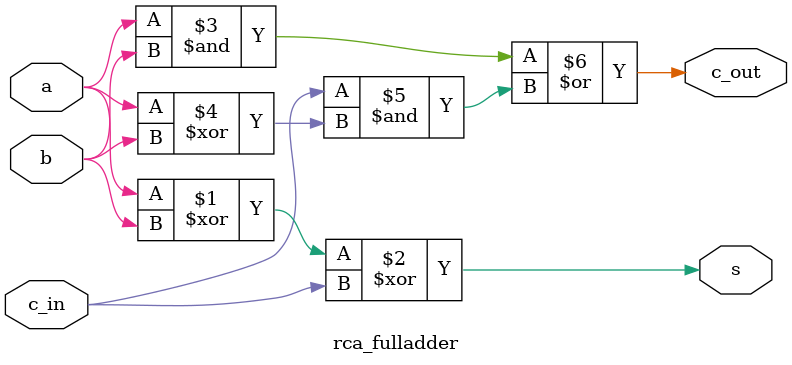
<source format=sv>
module rca_fulladder (
    input logic a,
    input logic b,
    input logic c_in,

    output logic s,
    output logic c_out
);

    assign s = a ^ b ^ c_in; 
    assign c_out = (a & b) | (c_in & (a ^ b));

endmodule


</source>
